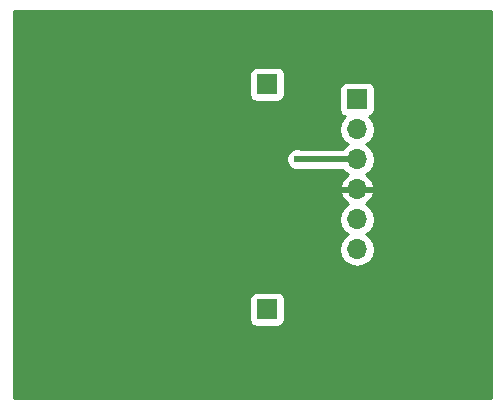
<source format=gbl>
G04 #@! TF.FileFunction,Copper,L2,Bot,Signal*
%FSLAX46Y46*%
G04 Gerber Fmt 4.6, Leading zero omitted, Abs format (unit mm)*
G04 Created by KiCad (PCBNEW 4.0.7) date 03/05/18 16:21:59*
%MOMM*%
%LPD*%
G01*
G04 APERTURE LIST*
%ADD10C,0.020000*%
%ADD11C,4.064000*%
%ADD12R,1.700000X1.700000*%
%ADD13O,1.700000X1.700000*%
%ADD14C,0.600000*%
%ADD15C,0.508000*%
%ADD16C,0.254000*%
G04 APERTURE END LIST*
D10*
D11*
X203682600Y-68884800D03*
X203682600Y-90474800D03*
X175107600Y-90474800D03*
D12*
X197332600Y-70789800D03*
D13*
X197332600Y-73329800D03*
X197332600Y-75869800D03*
X197332600Y-78409800D03*
X197332600Y-80949800D03*
X197332600Y-83489800D03*
D12*
X189712600Y-88569800D03*
X189712600Y-69519800D03*
D11*
X175107600Y-68884800D03*
D14*
X192252600Y-75869800D03*
D15*
X192252600Y-75869800D02*
X197332600Y-75869800D01*
D16*
G36*
X208635600Y-96062800D02*
X168249600Y-96062800D01*
X168249600Y-87719800D01*
X188215160Y-87719800D01*
X188215160Y-89419800D01*
X188259438Y-89655117D01*
X188398510Y-89871241D01*
X188610710Y-90016231D01*
X188862600Y-90067240D01*
X190562600Y-90067240D01*
X190797917Y-90022962D01*
X191014041Y-89883890D01*
X191159031Y-89671690D01*
X191210040Y-89419800D01*
X191210040Y-87719800D01*
X191165762Y-87484483D01*
X191026690Y-87268359D01*
X190814490Y-87123369D01*
X190562600Y-87072360D01*
X188862600Y-87072360D01*
X188627283Y-87116638D01*
X188411159Y-87255710D01*
X188266169Y-87467910D01*
X188215160Y-87719800D01*
X168249600Y-87719800D01*
X168249600Y-80949800D01*
X195818507Y-80949800D01*
X195931546Y-81518085D01*
X196253453Y-81999854D01*
X196582626Y-82219800D01*
X196253453Y-82439746D01*
X195931546Y-82921515D01*
X195818507Y-83489800D01*
X195931546Y-84058085D01*
X196253453Y-84539854D01*
X196735222Y-84861761D01*
X197303507Y-84974800D01*
X197361693Y-84974800D01*
X197929978Y-84861761D01*
X198411747Y-84539854D01*
X198733654Y-84058085D01*
X198846693Y-83489800D01*
X198733654Y-82921515D01*
X198411747Y-82439746D01*
X198082574Y-82219800D01*
X198411747Y-81999854D01*
X198733654Y-81518085D01*
X198846693Y-80949800D01*
X198733654Y-80381515D01*
X198411747Y-79899746D01*
X198071047Y-79672098D01*
X198213958Y-79604983D01*
X198604245Y-79176724D01*
X198774076Y-78766690D01*
X198652755Y-78536800D01*
X197459600Y-78536800D01*
X197459600Y-78556800D01*
X197205600Y-78556800D01*
X197205600Y-78536800D01*
X196012445Y-78536800D01*
X195891124Y-78766690D01*
X196060955Y-79176724D01*
X196451242Y-79604983D01*
X196594153Y-79672098D01*
X196253453Y-79899746D01*
X195931546Y-80381515D01*
X195818507Y-80949800D01*
X168249600Y-80949800D01*
X168249600Y-76054967D01*
X191317438Y-76054967D01*
X191459483Y-76398743D01*
X191722273Y-76661992D01*
X192065801Y-76804638D01*
X192437767Y-76804962D01*
X192549488Y-76758800D01*
X196145840Y-76758800D01*
X196253453Y-76919854D01*
X196594153Y-77147502D01*
X196451242Y-77214617D01*
X196060955Y-77642876D01*
X195891124Y-78052910D01*
X196012445Y-78282800D01*
X197205600Y-78282800D01*
X197205600Y-78262800D01*
X197459600Y-78262800D01*
X197459600Y-78282800D01*
X198652755Y-78282800D01*
X198774076Y-78052910D01*
X198604245Y-77642876D01*
X198213958Y-77214617D01*
X198071047Y-77147502D01*
X198411747Y-76919854D01*
X198733654Y-76438085D01*
X198846693Y-75869800D01*
X198733654Y-75301515D01*
X198411747Y-74819746D01*
X198082574Y-74599800D01*
X198411747Y-74379854D01*
X198733654Y-73898085D01*
X198846693Y-73329800D01*
X198733654Y-72761515D01*
X198411747Y-72279746D01*
X198370148Y-72251950D01*
X198417917Y-72242962D01*
X198634041Y-72103890D01*
X198779031Y-71891690D01*
X198830040Y-71639800D01*
X198830040Y-69939800D01*
X198785762Y-69704483D01*
X198646690Y-69488359D01*
X198434490Y-69343369D01*
X198182600Y-69292360D01*
X196482600Y-69292360D01*
X196247283Y-69336638D01*
X196031159Y-69475710D01*
X195886169Y-69687910D01*
X195835160Y-69939800D01*
X195835160Y-71639800D01*
X195879438Y-71875117D01*
X196018510Y-72091241D01*
X196230710Y-72236231D01*
X196298141Y-72249886D01*
X196253453Y-72279746D01*
X195931546Y-72761515D01*
X195818507Y-73329800D01*
X195931546Y-73898085D01*
X196253453Y-74379854D01*
X196582626Y-74599800D01*
X196253453Y-74819746D01*
X196145840Y-74980800D01*
X192549789Y-74980800D01*
X192439399Y-74934962D01*
X192067433Y-74934638D01*
X191723657Y-75076683D01*
X191460408Y-75339473D01*
X191317762Y-75683001D01*
X191317438Y-76054967D01*
X168249600Y-76054967D01*
X168249600Y-68669800D01*
X188215160Y-68669800D01*
X188215160Y-70369800D01*
X188259438Y-70605117D01*
X188398510Y-70821241D01*
X188610710Y-70966231D01*
X188862600Y-71017240D01*
X190562600Y-71017240D01*
X190797917Y-70972962D01*
X191014041Y-70833890D01*
X191159031Y-70621690D01*
X191210040Y-70369800D01*
X191210040Y-68669800D01*
X191165762Y-68434483D01*
X191026690Y-68218359D01*
X190814490Y-68073369D01*
X190562600Y-68022360D01*
X188862600Y-68022360D01*
X188627283Y-68066638D01*
X188411159Y-68205710D01*
X188266169Y-68417910D01*
X188215160Y-68669800D01*
X168249600Y-68669800D01*
X168249600Y-63296800D01*
X208635600Y-63296800D01*
X208635600Y-96062800D01*
X208635600Y-96062800D01*
G37*
X208635600Y-96062800D02*
X168249600Y-96062800D01*
X168249600Y-87719800D01*
X188215160Y-87719800D01*
X188215160Y-89419800D01*
X188259438Y-89655117D01*
X188398510Y-89871241D01*
X188610710Y-90016231D01*
X188862600Y-90067240D01*
X190562600Y-90067240D01*
X190797917Y-90022962D01*
X191014041Y-89883890D01*
X191159031Y-89671690D01*
X191210040Y-89419800D01*
X191210040Y-87719800D01*
X191165762Y-87484483D01*
X191026690Y-87268359D01*
X190814490Y-87123369D01*
X190562600Y-87072360D01*
X188862600Y-87072360D01*
X188627283Y-87116638D01*
X188411159Y-87255710D01*
X188266169Y-87467910D01*
X188215160Y-87719800D01*
X168249600Y-87719800D01*
X168249600Y-80949800D01*
X195818507Y-80949800D01*
X195931546Y-81518085D01*
X196253453Y-81999854D01*
X196582626Y-82219800D01*
X196253453Y-82439746D01*
X195931546Y-82921515D01*
X195818507Y-83489800D01*
X195931546Y-84058085D01*
X196253453Y-84539854D01*
X196735222Y-84861761D01*
X197303507Y-84974800D01*
X197361693Y-84974800D01*
X197929978Y-84861761D01*
X198411747Y-84539854D01*
X198733654Y-84058085D01*
X198846693Y-83489800D01*
X198733654Y-82921515D01*
X198411747Y-82439746D01*
X198082574Y-82219800D01*
X198411747Y-81999854D01*
X198733654Y-81518085D01*
X198846693Y-80949800D01*
X198733654Y-80381515D01*
X198411747Y-79899746D01*
X198071047Y-79672098D01*
X198213958Y-79604983D01*
X198604245Y-79176724D01*
X198774076Y-78766690D01*
X198652755Y-78536800D01*
X197459600Y-78536800D01*
X197459600Y-78556800D01*
X197205600Y-78556800D01*
X197205600Y-78536800D01*
X196012445Y-78536800D01*
X195891124Y-78766690D01*
X196060955Y-79176724D01*
X196451242Y-79604983D01*
X196594153Y-79672098D01*
X196253453Y-79899746D01*
X195931546Y-80381515D01*
X195818507Y-80949800D01*
X168249600Y-80949800D01*
X168249600Y-76054967D01*
X191317438Y-76054967D01*
X191459483Y-76398743D01*
X191722273Y-76661992D01*
X192065801Y-76804638D01*
X192437767Y-76804962D01*
X192549488Y-76758800D01*
X196145840Y-76758800D01*
X196253453Y-76919854D01*
X196594153Y-77147502D01*
X196451242Y-77214617D01*
X196060955Y-77642876D01*
X195891124Y-78052910D01*
X196012445Y-78282800D01*
X197205600Y-78282800D01*
X197205600Y-78262800D01*
X197459600Y-78262800D01*
X197459600Y-78282800D01*
X198652755Y-78282800D01*
X198774076Y-78052910D01*
X198604245Y-77642876D01*
X198213958Y-77214617D01*
X198071047Y-77147502D01*
X198411747Y-76919854D01*
X198733654Y-76438085D01*
X198846693Y-75869800D01*
X198733654Y-75301515D01*
X198411747Y-74819746D01*
X198082574Y-74599800D01*
X198411747Y-74379854D01*
X198733654Y-73898085D01*
X198846693Y-73329800D01*
X198733654Y-72761515D01*
X198411747Y-72279746D01*
X198370148Y-72251950D01*
X198417917Y-72242962D01*
X198634041Y-72103890D01*
X198779031Y-71891690D01*
X198830040Y-71639800D01*
X198830040Y-69939800D01*
X198785762Y-69704483D01*
X198646690Y-69488359D01*
X198434490Y-69343369D01*
X198182600Y-69292360D01*
X196482600Y-69292360D01*
X196247283Y-69336638D01*
X196031159Y-69475710D01*
X195886169Y-69687910D01*
X195835160Y-69939800D01*
X195835160Y-71639800D01*
X195879438Y-71875117D01*
X196018510Y-72091241D01*
X196230710Y-72236231D01*
X196298141Y-72249886D01*
X196253453Y-72279746D01*
X195931546Y-72761515D01*
X195818507Y-73329800D01*
X195931546Y-73898085D01*
X196253453Y-74379854D01*
X196582626Y-74599800D01*
X196253453Y-74819746D01*
X196145840Y-74980800D01*
X192549789Y-74980800D01*
X192439399Y-74934962D01*
X192067433Y-74934638D01*
X191723657Y-75076683D01*
X191460408Y-75339473D01*
X191317762Y-75683001D01*
X191317438Y-76054967D01*
X168249600Y-76054967D01*
X168249600Y-68669800D01*
X188215160Y-68669800D01*
X188215160Y-70369800D01*
X188259438Y-70605117D01*
X188398510Y-70821241D01*
X188610710Y-70966231D01*
X188862600Y-71017240D01*
X190562600Y-71017240D01*
X190797917Y-70972962D01*
X191014041Y-70833890D01*
X191159031Y-70621690D01*
X191210040Y-70369800D01*
X191210040Y-68669800D01*
X191165762Y-68434483D01*
X191026690Y-68218359D01*
X190814490Y-68073369D01*
X190562600Y-68022360D01*
X188862600Y-68022360D01*
X188627283Y-68066638D01*
X188411159Y-68205710D01*
X188266169Y-68417910D01*
X188215160Y-68669800D01*
X168249600Y-68669800D01*
X168249600Y-63296800D01*
X208635600Y-63296800D01*
X208635600Y-96062800D01*
M02*

</source>
